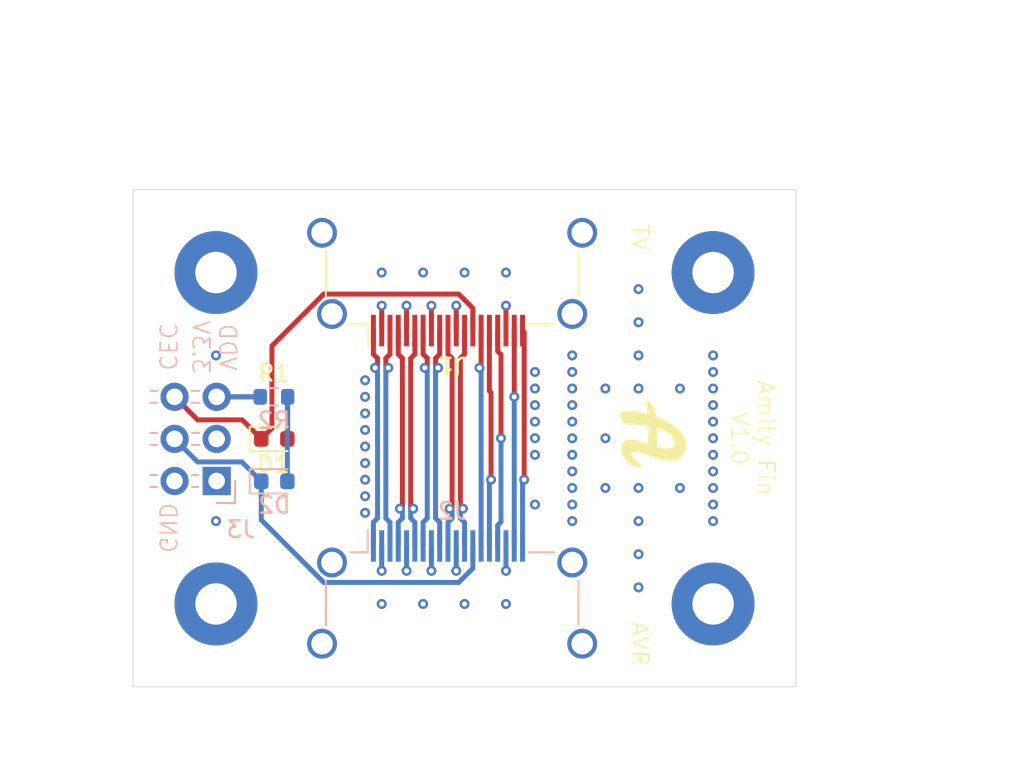
<source format=kicad_pcb>
(kicad_pcb (version 20241229) (generator "pcbnew") (generator_version "9.0")
  (layers (0 "F.Cu" signal) (4 "In1.Cu" power) (6 "In2.Cu" power) (2 "B.Cu" signal) (13 "F.Paste" user) (15 "B.Paste" user) (5 "F.SilkS" user "F.Silkscreen") (7 "B.SilkS" user "B.Silkscreen") (1 "F.Mask" user) (3 "B.Mask" user) (25 "Edge.Cuts" user))
  (net 0 "")
  (net 1 "Net-(J1-HPD)")
  (net 2 "Net-(J1-SDA)")
  (net 3 "Net-(J1-UTILITY)")
  (net 4 "Net-(J1-SCL)")
  (net 5 "/D0+")
  (net 6 "/D1+")
  (net 7 "/D2+")
  (net 8 "/D1-")
  (net 9 "/D0-")
  (net 10 "/D2-")
  (net 11 "/CK+")
  (net 12 "/CK-")
  (net 13 "GND")
  (net 14 "Net-(J1-+5V)")
  (net 15 "Net-(D1-A)")
  (net 16 "Net-(D1-K)")
  (net 17 "Net-(D2-A)")
  (net 18 "Net-(D2-K)")
  (net 19 "VDD")
  (footprint "MountingHole:MountingHole_2.5mm_Pad" (layer "F.Cu") (at 150 80)
    (property "Reference" "H2" (hide yes))
    (property "Value" "~" (hide yes))
    (pad "1" thru_hole circle (at 0 0) (size 5 5) (drill 2.5) (layers "*.Cu" "*.Mask") (net 13 "GND"))
  )
  (footprint "Resistor_SMD:R_0603_1608Metric" (layer "F.Cu") (at 123.5 87.5)
    (property "Reference" "R1" (at 0 -1.43 0) (layer "F.SilkS"))
    (property "Value" "27K")
    (fp_line (start -0.237258 -0.5225) (end 0.237258 -0.5225) (stroke (width 0.12)) (layer "F.SilkS"))
    (fp_line (start -0.237258 0.5225) (end 0.237258 0.5225) (stroke (width 0.12)) (layer "F.SilkS"))
    (pad "1" smd roundrect (at -0.825 0) (size 0.8 0.95) (layers "F.Cu" "F.Mask" "F.Paste") (net 19 "VDD"))
    (pad "2" smd roundrect (at 0.825 0) (size 0.8 0.95) (layers "F.Cu" "F.Mask" "F.Paste") (net 15 "Net-(D1-A)"))
  )
  (footprint "MountingHole:MountingHole_2.5mm_Pad" (layer "F.Cu") (at 150 100)
    (property "Reference" "H4" (hide yes))
    (property "Value" "~" (hide yes))
    (pad "1" thru_hole circle (at 0 0) (size 5 5) (drill 2.5) (layers "*.Cu" "*.Mask") (net 13 "GND"))
  )
  (footprint "MountingHole:MountingHole_2.5mm_Pad" (layer "F.Cu") (at 120 80)
    (property "Reference" "H1" (hide yes))
    (property "Value" "~" (hide yes))
    (pad "1" thru_hole circle (at 0 0) (size 5 5) (drill 2.5) (layers "*.Cu" "*.Mask") (net 13 "GND"))
  )
  (footprint "Connector_Video:HDMI_A_Amphenol_10029449-x01xLF_Horizontal" (layer "F.Cu") (at 134.25 78.5 180)
    (property "Reference" "J1" (at 0 -7.1 180) (layer "F.SilkS"))
    (property "Value" "HDMI_A")
    (fp_line (start 7.62 -2.9) (end 7.62 -0.2) (stroke (width 0.12)) (layer "F.SilkS"))
    (fp_line (start 5.1 -4.62) (end 6.15 -4.62) (stroke (width 0.12)) (layer "F.SilkS"))
    (fp_line (start 5.1 -5.95) (end 5.1 -4.62) (stroke (width 0.12)) (layer "F.SilkS"))
    (fp_line (start -6.15 -4.62) (end -4.6 -4.62) (stroke (width 0.12)) (layer "F.SilkS"))
    (fp_line (start -7.62 -0.2) (end -7.62 -2.9) (stroke (width 0.12)) (layer "F.SilkS"))
    (pad "1" smd rect (at 4.75 -5 180) (size 0.3 1.9) (layers "F.Cu" "F.Mask" "F.Paste") (net 7 "/D2+"))
    (pad "2" smd rect (at 4.25 -5 180) (size 0.3 1.9) (layers "F.Cu" "F.Mask" "F.Paste") (net 13 "GND"))
    (pad "3" smd rect (at 3.75 -5 180) (size 0.3 1.9) (layers "F.Cu" "F.Mask" "F.Paste") (net 10 "/D2-"))
    (pad "4" smd rect (at 3.25 -5 180) (size 0.3 1.9) (layers "F.Cu" "F.Mask" "F.Paste") (net 6 "/D1+"))
    (pad "5" smd rect (at 2.75 -5 180) (size 0.3 1.9) (layers "F.Cu" "F.Mask" "F.Paste") (net 13 "GND"))
    (pad "6" smd rect (at 2.25 -5 180) (size 0.3 1.9) (layers "F.Cu" "F.Mask" "F.Paste") (net 8 "/D1-"))
    (pad "7" smd rect (at 1.75 -5 180) (size 0.3 1.9) (layers "F.Cu" "F.Mask" "F.Paste") (net 5 "/D0+"))
    (pad "8" smd rect (at 1.25 -5 180) (size 0.3 1.9) (layers "F.Cu" "F.Mask" "F.Paste") (net 13 "GND"))
    (pad "9" smd rect (at 0.75 -5 180) (size 0.3 1.9) (layers "F.Cu" "F.Mask" "F.Paste") (net 9 "/D0-"))
    (pad "10" smd rect (at 0.25 -5 180) (size 0.3 1.9) (layers "F.Cu" "F.Mask" "F.Paste") (net 11 "/CK+"))
    (pad "11" smd rect (at -0.25 -5 180) (size 0.3 1.9) (layers "F.Cu" "F.Mask" "F.Paste") (net 13 "GND"))
    (pad "12" smd rect (at -0.75 -5 180) (size 0.3 1.9) (layers "F.Cu" "F.Mask" "F.Paste") (net 12 "/CK-"))
    (pad "13" smd rect (at -1.25 -5 180) (size 0.3 1.9) (layers "F.Cu" "F.Mask" "F.Paste") (net 16 "Net-(D1-K)"))
    (pad "14" smd rect (at -1.75 -5 180) (size 0.3 1.9) (layers "F.Cu" "F.Mask" "F.Paste") (net 3 "Net-(J1-UTILITY)"))
    (pad "15" smd rect (at -2.25 -5 180) (size 0.3 1.9) (layers "F.Cu" "F.Mask" "F.Paste") (net 4 "Net-(J1-SCL)"))
    (pad "16" smd rect (at -2.75 -5 180) (size 0.3 1.9) (layers "F.Cu" "F.Mask" "F.Paste") (net 2 "Net-(J1-SDA)"))
    (pad "17" smd rect (at -3.25 -5 180) (size 0.3 1.9) (layers "F.Cu" "F.Mask" "F.Paste") (net 13 "GND"))
    (pad "18" smd rect (at -3.75 -5 180) (size 0.3 1.9) (layers "F.Cu" "F.Mask" "F.Paste") (net 14 "Net-(J1-+5V)"))
    (pad "19" smd rect (at -4.25 -5 180) (size 0.3 1.9) (layers "F.Cu" "F.Mask" "F.Paste") (net 1 "Net-(J1-HPD)"))
    (pad "SH" thru_hole circle (at -7.85 0.9 180) (size 1.8 1.8) (drill 1.3) (layers "*.Cu" "*.Mask") (net 13 "GND"))
    (pad "SH" thru_hole circle (at -7.25 -4 180) (size 1.8 1.8) (drill 1.3) (layers "*.Cu" "*.Mask") (net 13 "GND"))
    (pad "SH" thru_hole circle (at 7.25 -4 180) (size 1.8 1.8) (drill 1.3) (layers "*.Cu" "*.Mask") (net 13 "GND"))
    (pad "SH" thru_hole circle (at 7.85 0.9 180) (size 1.8 1.8) (drill 1.3) (layers "*.Cu" "*.Mask") (net 13 "GND"))
  )
  (footprint "MountingHole:MountingHole_2.5mm_Pad" (layer "F.Cu") (at 120 100)
    (property "Reference" "H3" (hide yes))
    (property "Value" "~" (hide yes))
    (pad "1" thru_hole circle (at 0 0) (size 5 5) (drill 2.5) (layers "*.Cu" "*.Mask") (net 13 "GND"))
  )
  (footprint "Diode_SMD:D_0603_1608Metric" (layer "F.Cu") (at 123.52 90.04)
    (property "Reference" "D1" (at -0.05 1.54 0) (layer "F.SilkS"))
    (property "Value" "4148")
    (fp_line (start -1.485 -0.735) (end -1.485 0.735) (stroke (width 0.12)) (layer "F.SilkS"))
    (fp_line (start -1.485 0.735) (end 0.8 0.735) (stroke (width 0.12)) (layer "F.SilkS"))
    (fp_line (start 0.8 -0.735) (end -1.485 -0.735) (stroke (width 0.12)) (layer "F.SilkS"))
    (pad "1" smd roundrect (at -0.7875 0) (size 0.875 0.95) (layers "F.Cu" "F.Mask" "F.Paste") (net 16 "Net-(D1-K)"))
    (pad "2" smd roundrect (at 0.7875 0) (size 0.875 0.95) (layers "F.Cu" "F.Mask" "F.Paste") (net 15 "Net-(D1-A)"))
  )
  (footprint "Diode_SMD:D_0603_1608Metric" (layer "B.Cu") (at 123.52 92.6)
    (property "Reference" "D2" (at 0 1.43 0) (layer "B.SilkS") (effects (justify mirror)))
    (property "Value" "4148")
    (fp_line (start -1.485 -0.735) (end -1.485 0.735) (stroke (width 0.12)) (layer "B.SilkS"))
    (fp_line (start -1.485 0.735) (end 0.8 0.735) (stroke (width 0.12)) (layer "B.SilkS"))
    (fp_line (start 0.8 -0.735) (end -1.485 -0.735) (stroke (width 0.12)) (layer "B.SilkS"))
    (pad "1" smd roundrect (at -0.7875 0) (size 0.875 0.95) (layers "B.Cu" "B.Mask" "B.Paste") (net 18 "Net-(D2-K)"))
    (pad "2" smd roundrect (at 0.7875 0) (size 0.875 0.95) (layers "B.Cu" "B.Mask" "B.Paste") (net 17 "Net-(D2-A)"))
  )
  (footprint "Connector_PinSocket_2.54mm:PinSocket_2x03_P2.54mm_Horizontal" (layer "B.Cu") (at 120.04 92.58)
    (property "Reference" "J3" (at 1.46 2.92 0) (layer "B.SilkS") (effects (justify mirror)))
    (property "Value" "Connector" (hide yes))
    (fp_line (start -4 -5.44) (end -3.59 -5.44) (stroke (width 0.12)) (layer "B.SilkS"))
    (fp_line (start -4 -4.72) (end -3.59 -4.72) (stroke (width 0.12)) (layer "B.SilkS"))
    (fp_line (start -4 -2.9) (end -3.59 -2.9) (stroke (width 0.12)) (layer "B.SilkS"))
    (fp_line (start -4 -2.18) (end -3.59 -2.18) (stroke (width 0.12)) (layer "B.SilkS"))
    (fp_line (start -4 -0.36) (end -3.59 -0.36) (stroke (width 0.12)) (layer "B.SilkS"))
    (fp_line (start -4 0.36) (end -3.59 0.36) (stroke (width 0.12)) (layer "B.SilkS"))
    (fp_line (start -1.49 -5.44) (end -1.05 -5.44) (stroke (width 0.12)) (layer "B.SilkS"))
    (fp_line (start -1.49 -4.72) (end -1.05 -4.72) (stroke (width 0.12)) (layer "B.SilkS"))
    (fp_line (start -1.49 -2.9) (end -1.05 -2.9) (stroke (width 0.12)) (layer "B.SilkS"))
    (fp_line (start -1.49 -2.18) (end -1.05 -2.18) (stroke (width 0.12)) (layer "B.SilkS"))
    (fp_line (start -1.49 -0.36) (end -1.11 -0.36) (stroke (width 0.12)) (layer "B.SilkS"))
    (fp_line (start -1.49 0.36) (end -1.11 0.36) (stroke (width 0.12)) (layer "B.SilkS"))
    (fp_line (start 0 1.33) (end 1.11 1.33) (stroke (width 0.12)) (layer "B.SilkS"))
    (fp_line (start 1.11 1.33) (end 1.11 0) (stroke (width 0.12)) (layer "B.SilkS"))
    (pad "1" thru_hole rect (at 0 0) (size 1.7 1.7) (drill 1) (layers "*.Cu" "*.Mask"))
    (pad "2" thru_hole circle (at -2.54 0) (size 1.7 1.7) (drill 1) (layers "*.Cu" "*.Mask") (net 13 "GND"))
    (pad "3" thru_hole circle (at 0 -2.54) (size 1.7 1.7) (drill 1) (layers "*.Cu" "*.Mask"))
    (pad "4" thru_hole circle (at -2.54 -2.54) (size 1.7 1.7) (drill 1) (layers "*.Cu" "*.Mask") (net 18 "Net-(D2-K)"))
    (pad "5" thru_hole circle (at 0 -5.08) (size 1.7 1.7) (drill 1) (layers "*.Cu" "*.Mask") (net 19 "VDD"))
    (pad "6" thru_hole circle (at -2.54 -5.08) (size 1.7 1.7) (drill 1) (layers "*.Cu" "*.Mask") (net 16 "Net-(D1-K)"))
  )
  (footprint "Resistor_SMD:R_0603_1608Metric" (layer "B.Cu") (at 123.5 87.5)
    (property "Reference" "R2" (at 0 1.43 0) (layer "B.SilkS") (effects (justify mirror)))
    (property "Value" "27K")
    (fp_line (start 0.237258 -0.5225) (end -0.237258 -0.5225) (stroke (width 0.12)) (layer "B.SilkS"))
    (fp_line (start 0.237258 0.5225) (end -0.237258 0.5225) (stroke (width 0.12)) (layer "B.SilkS"))
    (pad "1" smd roundrect (at -0.825 0) (size 0.8 0.95) (layers "B.Cu" "B.Mask" "B.Paste") (net 19 "VDD"))
    (pad "2" smd roundrect (at 0.825 0) (size 0.8 0.95) (layers "B.Cu" "B.Mask" "B.Paste") (net 17 "Net-(D2-A)"))
  )
  (footprint "Connector_Video:HDMI_A_Amphenol_10029449-x01xLF_Horizontal" (layer "B.Cu") (at 134.25 101.5 180)
    (property "Reference" "J2" (at 0 7.1 0) (layer "B.SilkS") (effects (justify mirror)))
    (property "Value" "HDMI_A")
    (fp_line (start 7.62 0.2) (end 7.62 2.9) (stroke (width 0.12)) (layer "B.SilkS"))
    (fp_line (start 6.15 4.62) (end 5.1 4.62) (stroke (width 0.12)) (layer "B.SilkS"))
    (fp_line (start 5.1 4.62) (end 5.1 5.95) (stroke (width 0.12)) (layer "B.SilkS"))
    (fp_line (start -4.6 4.62) (end -6.15 4.62) (stroke (width 0.12)) (layer "B.SilkS"))
    (fp_line (start -7.62 2.9) (end -7.62 0.2) (stroke (width 0.12)) (layer "B.SilkS"))
    (pad "1" smd rect (at 4.75 5 180) (size 0.3 1.9) (layers "B.Cu" "B.Mask" "B.Paste") (net 7 "/D2+"))
    (pad "2" smd rect (at 4.25 5 180) (size 0.3 1.9) (layers "B.Cu" "B.Mask" "B.Paste") (net 13 "GND"))
    (pad "3" smd rect (at 3.75 5 180) (size 0.3 1.9) (layers "B.Cu" "B.Mask" "B.Paste") (net 10 "/D2-"))
    (pad "4" smd rect (at 3.25 5 180) (size 0.3 1.9) (layers "B.Cu" "B.Mask" "B.Paste") (net 6 "/D1+"))
    (pad "5" smd rect (at 2.75 5 180) (size 0.3 1.9) (layers "B.Cu" "B.Mask" "B.Paste") (net 13 "GND"))
    (pad "6" smd rect (at 2.25 5 180) (size 0.3 1.9) (layers "B.Cu" "B.Mask" "B.Paste") (net 8 "/D1-"))
    (pad "7" smd rect (at 1.75 5 180) (size 0.3 1.9) (layers "B.Cu" "B.Mask" "B.Paste") (net 5 "/D0+"))
    (pad "8" smd rect (at 1.25 5 180) (size 0.3 1.9) (layers "B.Cu" "B.Mask" "B.Paste") (net 13 "GND"))
    (pad "9" smd rect (at 0.75 5 180) (size 0.3 1.9) (layers "B.Cu" "B.Mask" "B.Paste") (net 9 "/D0-"))
    (pad "10" smd rect (at 0.25 5 180) (size 0.3 1.9) (layers "B.Cu" "B.Mask" "B.Paste") (net 11 "/CK+"))
    (pad "11" smd rect (at -0.25 5 180) (size 0.3 1.9) (layers "B.Cu" "B.Mask" "B.Paste") (net 13 "GND"))
    (pad "12" smd rect (at -0.75 5 180) (size 0.3 1.9) (layers "B.Cu" "B.Mask" "B.Paste") (net 12 "/CK-"))
    (pad "13" smd rect (at -1.25 5 180) (size 0.3 1.9) (layers "B.Cu" "B.Mask" "B.Paste") (net 18 "Net-(D2-K)"))
    (pad "14" smd rect (at -1.75 5 180) (size 0.3 1.9) (layers "B.Cu" "B.Mask" "B.Paste") (net 3 "Net-(J1-UTILITY)"))
    (pad "15" smd rect (at -2.25 5 180) (size 0.3 1.9) (layers "B.Cu" "B.Mask" "B.Paste") (net 4 "Net-(J1-SCL)"))
    (pad "16" smd rect (at -2.75 5 180) (size 0.3 1.9) (layers "B.Cu" "B.Mask" "B.Paste") (net 2 "Net-(J1-SDA)"))
    (pad "17" smd rect (at -3.25 5 180) (size 0.3 1.9) (layers "B.Cu" "B.Mask" "B.Paste") (net 13 "GND"))
    (pad "18" smd rect (at -3.75 5 180) (size 0.3 1.9) (layers "B.Cu" "B.Mask" "B.Paste") (net 14 "Net-(J1-+5V)"))
    (pad "19" smd rect (at -4.25 5 180) (size 0.3 1.9) (layers "B.Cu" "B.Mask" "B.Paste") (net 1 "Net-(J1-HPD)"))
    (pad "SH" thru_hole circle (at -7.85 -0.9 180) (size 1.8 1.8) (drill 1.3) (layers "*.Cu" "*.Mask") (net 13 "GND"))
    (pad "SH" thru_hole circle (at -7.25 4 180) (size 1.8 1.8) (drill 1.3) (layers "*.Cu" "*.Mask") (net 13 "GND"))
    (pad "SH" thru_hole circle (at 7.25 4 180) (size 1.8 1.8) (drill 1.3) (layers "*.Cu" "*.Mask") (net 13 "GND"))
    (pad "SH" thru_hole circle (at 7.85 -0.9 180) (size 1.8 1.8) (drill 1.3) (layers "*.Cu" "*.Mask") (net 13 "GND"))
  )
  (gr_poly (pts (xy 148.375703 90.46142) (xy 148.371928 90.520617) (xy 148.366064 90.577628) (xy 148.358112 90.632453) (xy 148.348072 90.685091) (xy 148.335944 90.735542) (xy 148.321727 90.783806) (xy 148.305422 90.829883) (xy 148.287029 90.873774) (xy 148.266547 90.915478) (xy 148.243978 90.954995) (xy 148.219319 90.992326) (xy 148.192573 91.02747) (xy 148.163738 91.060427) (xy 148.132814 91.091197) (xy 148.099803 91.119781) (xy 148.065044 91.147017) (xy 148.02888 91.172497) (xy 147.99131 91.196219) (xy 147.952335 91.218184) (xy 147.911954 91.238391) (xy 147.870168 91.256842) (xy 147.826975 91.273535) (xy 147.782378 91.288471) (xy 147.736374 91.30165) (xy 147.688965 91.313072) (xy 147.640151 91.322737) (xy 147.589931 91.330644) (xy 147.538305 91.336794) (xy 147.485273 91.341187) (xy 147.430836 91.343823) (xy 147.374994 91.344702) (xy 147.318027 91.344253) (xy 147.258931 91.341656) (xy 147.197707 91.336911) (xy 147.134355 91.330019) (xy 147.068874 91.320979) (xy 147.001264 91.309792) (xy 146.931526 91.296457) (xy 146.85966 91.280974) (xy 146.785665 91.263344) (xy 146.709541 91.243565) (xy 146.631289 91.221639) (xy 146.550909 91.197566) (xy 146.4684 91.171345) (xy 146.383762 91.142976) (xy 146.208102 91.079795) (xy 145.943367 90.983579) (xy 145.704334 90.89486) (xy 145.649155 90.874945) (xy 145.596705 90.857686) (xy 145.546987 90.843082) (xy 145.5 90.831133) (xy 145.455743 90.821839) (xy 145.434639 90.818188) (xy 145.414218 90.815201) (xy 145.394479 90.812877) (xy 145.375423 90.811218) (xy 145.35705 90.810222) (xy 145.339359 90.80989) (xy 145.305705 90.810203) (xy 145.27414 90.81114) (xy 145.244662 90.812702) (xy 145.217273 90.814888) (xy 145.191972 90.8177) (xy 145.16876 90.821136) (xy 145.147636 90.825197) (xy 145.1286 90.829883) (xy 145.124172 90.831186) (xy 145.119885 90.832597) (xy 145.115739 90.834115) (xy 145.111733 90.83574) (xy 145.107867 90.837473) (xy 145.104142 90.839313) (xy 145.100558 90.841261) (xy 145.097114 90.843316) (xy 145.093811 90.845478) (xy 145.090649 90.847748) (xy 145.087626 90.850125) (xy 145.084745 90.85261) (xy 145.082004 90.855201) (xy 145.079404 90.857901) (xy 145.076944 90.860707) (xy 145.074625 90.863621) (xy 145.072446 90.866643) (xy 145.070408 90.869771) (xy 145.06851 90.873008) (xy 145.066753 90.876351) (xy 145.065137 90.879802) (xy 145.063661 90.88336) (xy 145.062326 90.887026) (xy 145.061131 90.890799) (xy 145.060077 90.89468) (xy 145.059163 90.898668) (xy 145.05839 90.902763) (xy 145.057757 90.906965) (xy 145.057265 90.911275) (xy 145.056914 90.915693) (xy 145.056633 90.92485) (xy 145.057155 90.933641) (xy 145.058721 90.943144) (xy 145.061332 90.95336) (xy 145.064986 90.964289) (xy 145.069685 90.97593) (xy 145.075428 90.988284) (xy 145.090046 91.01513) (xy 145.108841 91.044827) (xy 145.131812 91.077374) (xy 145.158961 91.112772) (xy 145.190285 91.15102) (xy 145.225787 91.192119) (xy 145.265465 91.236068) (xy 145.30932 91.282868) (xy 145.357351 91.332518) (xy 145.409559 91.385019) (xy 145.465944 91.440371) (xy 145.526506 91.498573) (xy 145.591244 91.559626) (xy 145.603693 91.570677) (xy 145.61534 91.581337) (xy 145.626183 91.591607) (xy 145.636223 91.601486) (xy 145.64546 91.610975) (xy 145.653893 91.620073) (xy 145.661524 91.628781) (xy 145.668351 91.637098) (xy 145.674375 91.645025) (xy 145.679596 91.652562) (xy 145.684013 91.659708) (xy 145.687628 91.666463) (xy 145.690439 91.672828) (xy 145.692447 91.678802) (xy 145.693652 91.684386) (xy 145.694053 91.68958) (xy 145.693822 91.694808) (xy 145.69313 91.699869) (xy 145.691975 91.704765) (xy 145.690359 91.709495) (xy 145.68828 91.714059) (xy 145.68574 91.718457) (xy 145.682738 91.722688) (xy 145.679274 91.726754) (xy 145.675349 91.730654) (xy 145.670961 91.734388) (xy 145.666112 91.737957) (xy 145.660801 91.741359) (xy 145.655028 91.744595) (xy 145.648793 91.747665) (xy 145.642096 91.750569) (xy 145.634938 91.753308) (xy 145.627317 91.75588) (xy 145.619235 91.758286) (xy 145.610691 91.760527) (xy 145.601685 91.762601) (xy 145.592217 91.76451) (xy 145.582288 91.766252) (xy 145.571896 91.767829) (xy 145.561043 91.769239) (xy 145.549728 91.770484) (xy 145.537951 91.771563) (xy 145.525712 91.772476) (xy 145.513012 91.773222) (xy 145.499849 91.773803) (xy 145.486225 91.774218) (xy 145.472139 91.774467) (xy 145.457591 91.77455) (xy 145.441306 91.77414) (xy 145.424579 91.77291) (xy 145.407411 91.77086) (xy 145.389801 91.76799) (xy 145.371749 91.7643) (xy 145.353255 91.75979) (xy 145.334319 91.75446) (xy 145.314942 91.748309) (xy 145.295123 91.741339) (xy 145.274862 91.733549) (xy 145.25416 91.724939) (xy 145.233016 91.715508) (xy 145.21143 91.705258) (xy 145.189402 91.694188) (xy 145.166932 91.682298) (xy 145.144021 91.669587) (xy 145.121632 91.656213) (xy 145.099443 91.642331) (xy 145.077456 91.627942) (xy 145.055669 91.613045) (xy 145.034083 91.59764) (xy 145.012698 91.581728) (xy 144.991513 91.565308) (xy 144.970529 91.54838) (xy 144.949747 91.530945) (xy 144.929165 91.513002) (xy 144.908783 91.494551) (xy 144.888603 91.475593) (xy 144.868623 91.456127) (xy 144.848844 91.436154) (xy 144.829266 91.415673) (xy 144.809889 91.394684) (xy 144.791456 91.37391) (xy 144.773424 91.352824) (xy 144.755793 91.331425) (xy 144.738565 91.309714) (xy 144.721738 91.28769) (xy 144.705312 91.265355) (xy 144.689288 91.242706) (xy 144.673666 91.219746) (xy 144.658445 91.196473) (xy 144.643626 91.172887) (xy 144.629209 91.148989) (xy 144.615193 91.124779) (xy 144.601579 91.100257) (xy 144.588366 91.075422) (xy 144.575555 91.050274) (xy 144.563146 91.024814) (xy 144.551319 90.999238) (xy 144.540254 90.973739) (xy 144.529953 90.948318) (xy 144.520415 90.922975) (xy 144.51164 90.897711) (xy 144.503629 90.872525) (xy 144.49638 90.847416) (xy 144.489894 90.822386) (xy 144.484171 90.797434) (xy 144.479211 90.77256) (xy 144.475014 90.747764) (xy 144.471581 90.723046) (xy 144.46891 90.698406) (xy 144.467003 90.673845) (xy 144.465858 90.649361) (xy 144.465476 90.624956) (xy 144.466059 90.588796) (xy 144.467806 90.554043) (xy 144.470717 90.520696) (xy 144.474794 90.488754) (xy 144.480034 90.458218) (xy 144.48644 90.429087) (xy 144.49401 90.401363) (xy 144.502745 90.375044) (xy 144.512644 90.350131) (xy 144.523709 90.326624) (xy 144.535937 90.304522) (xy 144.549331 90.283826) (xy 144.563889 90.264536) (xy 144.579611 90.246652) (xy 144.596499 90.230173) (xy 144.614551 90.2151) (xy 144.63437 90.201785) (xy 144.655273 90.189328) (xy 144.677261 90.177731) (xy 144.700333 90.166992) (xy 144.724489 90.157113) (xy 144.749729 90.148093) (xy 144.776054 90.139932) (xy 144.803464 90.132629) (xy 144.831957 90.126186) (xy 144.861535 90.120602) (xy 144.892197 90.115878) (xy 144.923944 90.112012) (xy 144.956775 90.109005) (xy 144.99069 90.106857) (xy 145.025689 90.105569) (xy 145.061773 90.105139) (xy 145.100688 90.106018) (xy 145.142896 90.108654) (xy 145.188398 90.113047) (xy 145.237192 90.119197) (xy 145.28928 90.127104) (xy 145.344661 90.136769) (xy 145.465302 90.161369) (xy 145.599115 90.192999) (xy 145.746101 90.231657) (xy 145.906259 90.277344) (xy 146.07959 90.33006) (xy 146.093084 90.008611) (xy 146.102722 89.73402) (xy 146.108505 89.506288) (xy 146.110433 89.325414) (xy 146.110433 89.255439) (xy 145.966901 89.234352) (xy 145.821602 89.216077) (xy 145.674536 89.200614) (xy 145.525702 89.187962) (xy 145.375102 89.178122) (xy 145.222735 89.171093) (xy 145.0686 89.166876) (xy 144.912699 89.16547) (xy 144.878683 89.16467) (xy 144.846033 89.162268) (xy 144.814749 89.158266) (xy 144.784829 89.152662) (xy 144.756276 89.145458) (xy 144.729087 89.136652) (xy 144.703264 89.126246) (xy 144.678807 89.114238) (xy 144.655715 89.10063) (xy 144.633988 89.08542) (xy 144.613627 89.06861) (xy 144.594631 89.050198) (xy 144.577001 89.030186) (xy 144.560736 89.008573) (xy 144.545837 88.985358) (xy 144.532303 88.960543) (xy 144.509492 88.913372) (xy 144.487323 88.866826) (xy 144.465798 88.820904) (xy 144.444914 88.775608) (xy 144.439935 88.764928) (xy 144.435276 88.754131) (xy 144.430939 88.743217) (xy 144.426923 88.732186) (xy 144.423228 88.721037) (xy 144.419855 88.709772) (xy 144.416802 88.698389) (xy 144.414072 88.686889) (xy 144.411662 88.675272) (xy 144.409574 88.663538) (xy 144.407807 88.651687) (xy 144.406361 88.639718) (xy 144.405236 88.627633) (xy 144.404433 88.61543) (xy 144.403951 88.60311) (xy 144.40379 88.590673) (xy 144.404242 88.575297) (xy 144.405598 88.56041) (xy 144.407857 88.546011) (xy 144.411019 88.5321) (xy 144.415086 88.518677) (xy 144.420055 88.505742) (xy 144.425929 88.493295) (xy 144.432706 88.481336) (xy 144.440386 88.469866) (xy 144.448971 88.458883) (xy 144.458458 88.448389) (xy 144.46885 88.438383) (xy 144.480145 88.428865) (xy 144.492344 88.419835) (xy 144.505446 88.411293) (xy 144.519452 88.403239) (xy 144.534361 88.395673) (xy 144.550174 88.388596) (xy 144.566891 88.382006) (xy 144.584511 88.375905) (xy 144.603035 88.370292) (xy 144.622462 88.365167) (xy 144.642793 88.360529) (xy 144.664028 88.356381) (xy 144.686166 88.35272) (xy 144.709208 88.349547) (xy 144.733153 88.346862) (xy 144.758002 88.344666) (xy 144.783755 88.342958) (xy 144.810411 88.341737) (xy 144.837971 88.341005) (xy 144.866435 88.340761) (xy 144.925289 88.341562) (xy 144.986192 88.343963) (xy 145.049143 88.347966) (xy 145.114142 88.353569) (xy 145.250285 88.369579) (xy 145.39462 88.391993) (xy 145.547148 88.420811) (xy 145.707868 88.456033) (xy 145.876782 88.497659) (xy 146.053888 88.545689) (xy 146.041036 88.438851) (xy 146.028185 88.338262) (xy 146.015334 88.24392) (xy 146.002483 88.155826) (xy 145.996459 88.115684) (xy 145.991238 88.077729) (xy 145.98682 88.04196) (xy 145.983206 88.008378) (xy 145.980395 87.976983) (xy 145.978387 87.947775) (xy 145.977182 87.920753) (xy 145.97678 87.895918) (xy 145.976981 87.884418) (xy 145.977583 87.87366) (xy 145.978587 87.863644) (xy 145.979993 87.85437) (xy 145.9818 87.845838) (xy 145.984009 87.838048) (xy 145.986619 87.830999) (xy 145.989631 87.824693) (xy 145.993045 87.819129) (xy 145.994902 87.816625) (xy 145.99686 87.814306) (xy 145.998918 87.812173) (xy 146.001077 87.810225) (xy 146.003336 87.808463) (xy 146.005695 87.806887) (xy 146.008155 87.805496) (xy 146.010715 87.80429) (xy 146.013376 87.80327) (xy 146.016137 87.802435) (xy 146.018998 87.801786) (xy 146.02196 87.801322) (xy 146.025022 87.801044) (xy 146.028185 87.800951) (xy 146.037829 87.801191) (xy 146.047482 87.801908) (xy 146.057146 87.803104) (xy 146.066819 87.804778) (xy 146.076503 87.806931) (xy 146.086196 87.809562) (xy 146.0959 87.812671) (xy 146.105614 87.816258) (xy 146.115337 87.820324) (xy 146.125071 87.824869) (xy 146.134815 87.829891) (xy 146.144569 87.835392) (xy 146.164107 87.847829) (xy 146.183685 87.86218) (xy 146.203303 87.878444) (xy 146.222962 87.896621) (xy 146.24266 87.916711) (xy 146.262399 87.938715) (xy 146.282178 87.962633) (xy 146.301997 87.988463) (xy 146.321856 88.016208) (xy 146.341755 88.045865) (xy 146.361374 88.077787) (xy 146.380389 88.111076) (xy 146.398803 88.145732) (xy 146.416614 88.181755) (xy 146.433822 88.219144) (xy 146.450429 88.2579) (xy 146.466432 88.298022) (xy 146.481834 88.339511) (xy 146.496633 88.382367) (xy 146.510829 88.42659) (xy 146.524423 88.472179) (xy 146.537415 88.519136) (xy 146.549805 88.567458) (xy 146.561592 88.617148) (xy 146.572776 88.668204) (xy 146.583358 88.720627) (xy 146.624482 88.736912) (xy 146.624482 89.3654) (xy 146.609061 90.5) (xy 146.708658 90.529286) (xy 146.801829 90.554668) (xy 146.888575 90.576145) (xy 146.968895 90.593717) (xy 147.042789 90.607384) (xy 147.110258 90.617146) (xy 147.171302 90.623003) (xy 147.225919 90.624956) (xy 147.22592 90.624956) (xy 147.280075 90.623686) (xy 147.330737 90.619879) (xy 147.377905 90.613534) (xy 147.421579 90.60465) (xy 147.46176 90.593229) (xy 147.480539 90.586566) (xy 147.498446 90.579269) (xy 147.515479 90.571337) (xy 147.531638 90.562771) (xy 147.546924 90.55357) (xy 147.561337 90.543734) (xy 147.574875 90.533264) (xy 147.587541 90.52216) (xy 147.599333 90.510421) (xy 147.610251 90.498047) (xy 147.620297 90.485039) (xy 147.629468 90.471397) (xy 147.637766 90.457119) (xy 147.645191 90.442208) (xy 147.651742 90.426661) (xy 147.657419 90.410481) (xy 147.662224 90.393665) (xy 147.666154 90.376215) (xy 147.669211 90.358131) (xy 147.671395 90.339412) (xy 147.672705 90.320058) (xy 147.673142 90.30007) (xy 147.672018 90.259186) (xy 147.668644 90.219005) (xy 147.663022 90.179527) (xy 147.65515 90.140752) (xy 147.64503 90.102679) (xy 147.632661 90.065309) (xy 147.618043 90.028643) (xy 147.601175 89.992679) (xy 147.582059 89.957418) (xy 147.560694 89.92286) (xy 147.53708 89.889004) (xy 147.511217 89.855852) (xy 147.483105 89.823402) (xy 147.452744 89.791656) (xy 147.420134 89.760612) (xy 147.385275 89.730271) (xy 147.349171 89.701317) (xy 147.311541 89.673182) (xy 147.272385 89.645867) (xy 147.231703 89.619373) (xy 147.189494 89.593698) (xy 147.14576 89.568844) (xy 147.1005 89.544809) (xy 147.053713 89.521595) (xy 147.0054 89.4992) (xy 146.955562 89.477626) (xy 146.904197 89.456871) (xy 146.851306 89.436937) (xy 146.796889 89.417823) (xy 146.740946 89.399528) (xy 146.683477 89.382054) (xy 146.624482 89.3654) (xy 146.624482 88.736912) (xy 146.733738 88.780176) (xy 146.877732 88.841366) (xy 147.01534 88.904195) (xy 147.146563 88.968665) (xy 147.271401 89.034774) (xy 147.389853 89.102524) (xy 147.50192 89.171913) (xy 147.607601 89.242943) (xy 147.706897 89.315613) (xy 147.799807 89.389922) (xy 147.886332 89.465872) (xy 147.966471 89.543462) (xy 148.040225 89.622692) (xy 148.107594 89.703562) (xy 148.168577 89.786072) (xy 148.223175 89.870222) (xy 148.241849 89.901578) (xy 148.259319 89.933168) (xy 148.275583 89.964993) (xy 148.290644 89.997052) (xy 148.304499 90.029345) (xy 148.317149 90.061873) (xy 148.328595 90.094635) (xy 148.338836 90.127631) (xy 148.347872 90.160862) (xy 148.355703 90.194326) (xy 148.362329 90.228025) (xy 148.367751 90.261959) (xy 148.371968 90.296126) (xy 148.37498 90.330528) (xy 148.376787 90.365164) (xy 148.377389 90.400035)) (stroke (width 0.0264)) (fill yes) (layer "F.SilkS"))
  (gr_rect (start 115 75) (end 155 105) (stroke (width 0.05)) (fill no) (layer "Edge.Cuts"))
  (gr_text "AVR" (at 145 101 270) (layer "F.SilkS") (effects (font (size 1 1) (thickness 0.1)) (justify left bottom)))
  (gr_text "Amity Fin\nV1.0" (at 151 90 270) (layer "F.SilkS") (effects (font (size 1 1) (thickness 0.1)) (justify bottom)))
  (gr_text "TV" (at 145 77 270) (layer "F.SilkS") (effects (font (size 1 1) (thickness 0.1)) (justify left bottom)))
  (gr_text "GND" (at 116.5 97 270) (layer "B.SilkS") (effects (font (size 1 1) (thickness 0.1)) (justify left bottom mirror)))
  (gr_text "VDD\n3.3V" (at 118.5 84.5 270) (layer "B.SilkS") (effects (font (size 1 1) (thickness 0.1)) (justify bottom mirror)))
  (gr_text "CEC" (at 116.5 86 270) (layer "B.SilkS") (effects (font (size 1 1) (thickness 0.1)) (justify left bottom mirror)))
  (segment (start 138.6 83.6) (end 138.6 92.5) (width 0.3) (layer "F.Cu") (net 1))
  (segment (start 138.5 83.5) (end 138.6 83.6) (width 0.3) (layer "F.Cu") (net 1))
  (via (at 138.6 92.5) (size 0.6) (drill 0.3) (layers "F.Cu" "B.Cu") (net 1))
  (segment (start 138.6 92.5) (end 138.5 92.6) (width 0.3) (layer "B.Cu") (net 1))
  (segment (start 138.5 92.6) (end 138.5 96.5) (width 0.3) (layer "B.Cu") (net 1))
  (segment (start 137 84.75) (end 137.2 84.95) (width 0.3) (layer "F.Cu") (net 2))
  (segment (start 137 83.5) (end 137 84.75) (width 0.3) (layer "F.Cu") (net 2))
  (segment (start 137.2 84.95) (end 137.2 90) (width 0.3) (layer "F.Cu") (net 2))
  (via (at 137.2 90) (size 0.6) (drill 0.3) (layers "F.Cu" "B.Cu") (net 2))
  (segment (start 137.2 90) (end 137.2 95.05) (width 0.3) (layer "B.Cu") (net 2))
  (segment (start 137.2 95.05) (end 137 95.25) (width 0.3) (layer "B.Cu") (net 2))
  (segment (start 137 95.25) (end 137 96.5) (width 0.3) (layer "B.Cu") (net 2))
  (segment (start 136 83.5) (end 136 85.65) (width 0.3) (layer "F.Cu") (net 3))
  (segment (start 136 85.65) (end 135.9 85.75) (width 0.3) (layer "F.Cu") (net 3))
  (via (at 135.9 85.75) (size 0.6) (drill 0.3) (layers "F.Cu" "B.Cu") (net 3))
  (segment (start 136 85.85) (end 136 96.5) (width 0.3) (layer "B.Cu") (net 3))
  (segment (start 135.9 85.75) (end 136 85.85) (width 0.3) (layer "B.Cu") (net 3))
  (segment (start 136.5 87.151471) (end 136.6 87.251471) (width 0.3) (layer "F.Cu") (net 4))
  (segment (start 136.5 83.5) (end 136.5 87.151471) (width 0.3) (layer "F.Cu") (net 4))
  (segment (start 136.6 87.251471) (end 136.6 92.5) (width 0.3) (layer "F.Cu") (net 4))
  (via (at 136.6 92.5) (size 0.6) (drill 0.3) (layers "F.Cu" "B.Cu") (net 4))
  (segment (start 136.5 92.6) (end 136.5 96.5) (width 0.3) (layer "B.Cu") (net 4))
  (segment (start 136.6 92.5) (end 136.5 92.6) (width 0.3) (layer "B.Cu") (net 4))
  (segment (start 132.5 83.5) (end 132.5 84.925001) (width 0.3) (layer "F.Cu") (net 5))
  (segment (start 132.75 85.6) (end 132.6 85.75) (width 0.3) (layer "F.Cu") (net 5))
  (segment (start 132.75 85.175001) (end 132.75 85.6) (width 0.3) (layer "F.Cu") (net 5))
  (segment (start 132.5 84.925001) (end 132.75 85.175001) (width 0.3) (layer "F.Cu") (net 5))
  (via (at 132.6 85.75) (size 0.6) (drill 0.3) (layers "F.Cu" "B.Cu") (net 5))
  (segment (start 132.6 85.75) (end 132.75 85.9) (width 0.3) (layer "B.Cu") (net 5))
  (segment (start 132.5 95.074999) (end 132.5 96.5) (width 0.3) (layer "B.Cu") (net 5))
  (segment (start 132.75 94.824999) (end 132.5 95.074999) (width 0.3) (layer "B.Cu") (net 5))
  (segment (start 132.75 85.9) (end 132.75 94.824999) (width 0.3) (layer "B.Cu") (net 5))
  (segment (start 131 84.925001) (end 131 83.5) (width 0.3) (layer "F.Cu") (net 6))
  (segment (start 131.1 94.25) (end 131.25 94.1) (width 0.3) (layer "F.Cu") (net 6))
  (segment (start 131.25 94.1) (end 131.25 85.175001) (width 0.3) (layer "F.Cu") (net 6))
  (segment (start 131.25 85.175001) (end 131 84.925001) (width 0.3) (layer "F.Cu") (net 6))
  (via (at 131.1 94.25) (size 0.6) (drill 0.3) (layers "F.Cu" "B.Cu") (net 6))
  (segment (start 131 96.5) (end 131 95.074999) (width 0.3) (layer "B.Cu") (net 6))
  (segment (start 131 95.074999) (end 131.25 94.824999) (width 0.3) (layer "B.Cu") (net 6))
  (segment (start 131.25 94.824999) (end 131.25 94.4) (width 0.3) (layer "B.Cu") (net 6))
  (segment (start 131.25 94.4) (end 131.1 94.25) (width 0.3) (layer "B.Cu") (net 6))
  (segment (start 129.75 85.175001) (end 129.75 85.6) (width 0.3) (layer "F.Cu") (net 7))
  (segment (start 129.5 84.925001) (end 129.75 85.175001) (width 0.3) (layer "F.Cu") (net 7))
  (segment (start 129.75 85.6) (end 129.6 85.75) (width 0.3) (layer "F.Cu") (net 7))
  (segment (start 129.5 83.5) (end 129.5 84.925001) (width 0.3) (layer "F.Cu") (net 7))
  (via (at 129.6 85.75) (size 0.6) (drill 0.3) (layers "F.Cu" "B.Cu") (net 7))
  (segment (start 129.75 94.824999) (end 129.5 95.074999) (width 0.3) (layer "B.Cu") (net 7))
  (segment (start 129.6 85.75) (end 129.75 85.9) (width 0.3) (layer "B.Cu") (net 7))
  (segment (start 129.5 95.074999) (end 129.5 96.5) (width 0.3) (layer "B.Cu") (net 7))
  (segment (start 129.75 85.9) (end 129.75 94.824999) (width 0.3) (layer "B.Cu") (net 7))
  (segment (start 131.9 94.25) (end 131.75 94.1) (width 0.3) (layer "F.Cu") (net 8))
  (segment (start 132 84.925001) (end 132 83.5) (width 0.3) (layer "F.Cu") (net 8))
  (segment (start 131.75 85.175001) (end 132 84.925001) (width 0.3) (layer "F.Cu") (net 8))
  (segment (start 131.75 94.1) (end 131.75 85.175001) (width 0.3) (layer "F.Cu") (net 8))
  (via (at 131.9 94.25) (size 0.6) (drill 0.3) (layers "F.Cu" "B.Cu") (net 8))
  (segment (start 132 96.5) (end 132 95.074999) (width 0.3) (layer "B.Cu") (net 8))
  (segment (start 131.75 94.4) (end 131.9 94.25) (width 0.3) (layer "B.Cu") (net 8))
  (segment (start 131.75 94.824999) (end 131.75 94.4) (width 0.3) (layer "B.Cu") (net 8))
  (segment (start 132 95.074999) (end 131.75 94.824999) (width 0.3) (layer "B.Cu") (net 8))
  (segment (start 133.5 83.5) (end 133.5 84.925001) (width 0.3) (layer "F.Cu") (net 9))
  (segment (start 133.25 85.175001) (end 133.25 85.6) (width 0.3) (layer "F.Cu") (net 9))
  (segment (start 133.5 84.925001) (end 133.25 85.175001) (width 0.3) (layer "F.Cu") (net 9))
  (segment (start 133.25 85.6) (end 133.4 85.75) (width 0.3) (layer "F.Cu") (net 9))
  (via (at 133.4 85.75) (size 0.6) (drill 0.3) (layers "F.Cu" "B.Cu") (net 9))
  (segment (start 133.25 94.824999) (end 133.5 95.074999) (width 0.3) (layer "B.Cu") (net 9))
  (segment (start 133.5 95.074999) (end 133.5 96.5) (width 0.3) (layer "B.Cu") (net 9))
  (segment (start 133.25 85.9) (end 133.25 94.824999) (width 0.3) (layer "B.Cu") (net 9))
  (segment (start 133.4 85.75) (end 133.25 85.9) (width 0.3) (layer "B.Cu") (net 9))
  (segment (start 130.5 83.5) (end 130.5 84.925001) (width 0.3) (layer "F.Cu") (net 10))
  (segment (start 130.25 85.175001) (end 130.25 85.6) (width 0.3) (layer "F.Cu") (net 10))
  (segment (start 130.5 84.925001) (end 130.25 85.175001) (width 0.3) (layer "F.Cu") (net 10))
  (segment (start 130.25 85.6) (end 130.4 85.75) (width 0.3) (layer "F.Cu") (net 10))
  (via (at 130.4 85.75) (size 0.6) (drill 0.3) (layers "F.Cu" "B.Cu") (net 10))
  (segment (start 130.5 95.074999) (end 130.5 96.5) (width 0.3) (layer "B.Cu") (net 10))
  (segment (start 130.25 94.824999) (end 130.5 95.074999) (width 0.3) (layer "B.Cu") (net 10))
  (segment (start 130.4 85.75) (end 130.25 85.9) (width 0.3) (layer "B.Cu") (net 10))
  (segment (start 130.25 85.9) (end 130.25 94.824999) (width 0.3) (layer "B.Cu") (net 10))
  (segment (start 134.25 85.175001) (end 134 84.925001) (width 0.3) (layer "F.Cu") (net 11))
  (segment (start 134.25 94.1) (end 134.25 85.175001) (width 0.3) (layer "F.Cu") (net 11))
  (segment (start 134.1 94.25) (end 134.25 94.1) (width 0.3) (layer "F.Cu") (net 11))
  (segment (start 134 84.925001) (end 134 83.5) (width 0.3) (layer "F.Cu") (net 11))
  (via (at 134.1 94.25) (size 0.6) (drill 0.3) (layers "F.Cu" "B.Cu") (net 11))
  (segment (start 134.25 94.4) (end 134.1 94.25) (width 0.3) (layer "B.Cu") (net 11))
  (segment (start 134 95.074999) (end 134.25 94.824999) (width 0.3) (layer "B.Cu") (net 11))
  (segment (start 134 96.5) (end 134 95.074999) (width 0.3) (layer "B.Cu") (net 11))
  (segment (start 134.25 94.824999) (end 134.25 94.4) (width 0.3) (layer "B.Cu") (net 11))
  (segment (start 134.75 85.175001) (end 135 84.925001) (width 0.3) (layer "F.Cu") (net 12))
  (segment (start 135 84.925001) (end 135 83.5) (width 0.3) (layer "F.Cu") (net 12))
  (segment (start 134.9 94.25) (end 134.75 94.1) (width 0.3) (layer "F.Cu") (net 12))
  (segment (start 134.75 94.1) (end 134.75 85.175001) (width 0.3) (layer "F.Cu") (net 12))
  (via (at 134.9 94.25) (size 0.6) (drill 0.3) (layers "F.Cu" "B.Cu") (net 12))
  (segment (start 134.75 94.4) (end 134.9 94.25) (width 0.3) (layer "B.Cu") (net 12))
  (segment (start 135 95.074999) (end 134.75 94.824999) (width 0.3) (layer "B.Cu") (net 12))
  (segment (start 135 96.5) (end 135 95.074999) (width 0.3) (layer "B.Cu") (net 12))
  (segment (start 134.75 94.824999) (end 134.75 94.4) (width 0.3) (layer "B.Cu") (net 12))
  (segment (start 134.5 83.5) (end 134.5 82) (width 0.3) (layer "F.Cu") (net 13))
  (segment (start 137.5 83.5) (end 137.5 82) (width 0.3) (layer "F.Cu") (net 13))
  (segment (start 130 83.5) (end 130 82) (width 0.3) (layer "F.Cu") (net 13))
  (segment (start 133 83.5) (end 133 82) (width 0.3) (layer "F.Cu") (net 13))
  (segment (start 131.5 83.5) (end 131.5 82) (width 0.3) (layer "F.Cu") (net 13))
  (via (at 132.5 100) (size 0.6) (drill 0.3) (layers "F.Cu" "B.Cu") (net 13))
  (via (at 129 89.5) (size 0.6) (drill 0.3) (layers "F.Cu" "B.Cu") (net 13))
  (via (at 150 87) (size 0.6) (drill 0.3) (layers "F.Cu" "B.Cu") (net 13))
  (via (at 145.5 81) (size 0.6) (drill 0.3) (layers "F.Cu" "B.Cu") (net 13))
  (via (at 130 80) (size 0.6) (drill 0.3) (layers "F.Cu" "B.Cu") (net 13))
  (via (at 130 82) (size 0.6) (drill 0.3) (layers "F.Cu" "B.Cu") (net 13))
  (via (at 150 90) (size 0.6) (drill 0.3) (layers "F.Cu" "B.Cu") (net 13))
  (via (at 148 93) (size 0.6) (drill 0.3) (layers "F.Cu" "B.Cu") (net 13))
  (via (at 129 92.5) (size 0.6) (drill 0.3) (layers "F.Cu" "B.Cu") (net 13))
  (via (at 150 95) (size 0.6) (drill 0.3) (layers "F.Cu" "B.Cu") (net 13))
  (via (at 145.5 99) (size 0.6) (drill 0.3) (layers "F.Cu" "B.Cu") (net 13))
  (via (at 129 90.5) (size 0.6) (drill 0.3) (layers "F.Cu" "B.Cu") (net 13))
  (via (at 141.5 88) (size 0.6) (drill 0.3) (layers "F.Cu" "B.Cu") (net 13))
  (via (at 145.5 85) (size 0.6) (drill 0.3) (layers "F.Cu" "B.Cu") (net 13))
  (via (at 130 98) (size 0.6) (drill 0.3) (layers "F.Cu" "B.Cu") (net 13))
  (via (at 145.5 95) (size 0.6) (drill 0.3) (layers "F.Cu" "B.Cu") (net 13))
  (via (at 150 86) (size 0.6) (drill 0.3) (layers "F.Cu" "B.Cu") (net 13))
  (via (at 150 91) (size 0.6) (drill 0.3) (layers "F.Cu" "B.Cu") (net 13))
  (via (at 150 92) (size 0.6) (drill 0.3) (layers "F.Cu" "B.Cu") (net 13))
  (via (at 145.5 97) (size 0.6) (drill 0.3) (layers "F.Cu" "B.Cu") (net 13))
  (via (at 133 98) (size 0.6) (drill 0.3) (layers "F.Cu" "B.Cu") (net 13))
  (via (at 145.5 87) (size 0.6) (drill 0.3) (layers "F.Cu" "B.Cu") (net 13))
  (via (at 139.25 89) (size 0.6) (drill 0.3) (layers "F.Cu" "B.Cu") (net 13))
  (via (at 129 91.5) (size 0.6) (drill 0.3) (layers "F.Cu" "B.Cu") (net 13))
  (via (at 150 93) (size 0.6) (drill 0.3) (layers "F.Cu" "B.Cu") (net 13))
  (via (at 129 88.5) (size 0.6) (drill 0.3) (layers "F.Cu" "B.Cu") (net 13))
  (via (at 137.5 82) (size 0.6) (drill 0.3) (layers "F.Cu" "B.Cu") (net 13))
  (via (at 148 87) (size 0.6) (drill 0.3) (layers "F.Cu" "B.Cu") (net 13))
  (via (at 141.5 92) (size 0.6) (drill 0.3) (layers "F.Cu" "B.Cu") (net 13))
  (via (at 134.5 98) (size 0.6) (drill 0.3) (layers "F.Cu" "B.Cu") (net 13))
  (via (at 145.5 83) (size 0.6) (drill 0.3) (layers "F.Cu" "B.Cu") (net 13))
  (via (at 141.5 85) (size 0.6) (drill 0.3) (layers "F.Cu" "B.Cu") (net 13))
  (via (at 120 95) (size 0.6) (drill 0.3) (layers "F.Cu" "B.Cu") (net 13))
  (via (at 141.5 87) (size 0.6) (drill 0.3) (layers "F.Cu" "B.Cu") (net 13))
  (via (at 150 94) (size 0.6) (drill 0.3) (layers "F.Cu" "B.Cu") (net 13))
  (via (at 132.5 80) (size 0.6) (drill 0.3) (layers "F.Cu" "B.Cu") (net 13))
  (via (at 150 85) (size 0.6) (drill 0.3) (layers "F.Cu" "B.Cu") (net 13))
  (via (at 141.5 94) (size 0.6) (drill 0.3) (layers "F.Cu" "B.Cu") (net 13))
  (via (at 141.5 93) (size 0.6) (drill 0.3) (layers "F.Cu" "B.Cu") (net 13))
  (via (at 141.5 90) (size 0.6) (drill 0.3) (layers "F.Cu" "B.Cu") (net 13))
  (via (at 120 85) (size 0.6) (drill 0.3) (layers "F.Cu" "B.Cu") (net 13))
  (via (at 139.25 88) (size 0.6) (drill 0.3) (layers "F.Cu" "B.Cu") (net 13))
  (via (at 150 89) (size 0.6) (drill 0.3) (layers "F.Cu" "B.Cu") (net 13))
  (via (at 143.5 87) (size 0.6) (drill 0.3) (layers "F.Cu" "B.Cu") (net 13))
  (via (at 130 100) (size 0.6) (drill 0.3) (layers "F.Cu" "B.Cu") (net 13))
  (via (at 139.25 90) (size 0.6) (drill 0.3) (layers "F.Cu" "B.Cu") (net 13))
  (via (at 139.25 86) (size 0.6) (drill 0.3) (layers "F.Cu" "B.Cu") (net 13))
  (via (at 141.5 89) (size 0.6) (drill 0.3) (layers "F.Cu" "B.Cu") (net 13))
  (via (at 141.5 95) (size 0.6) (drill 0.3) (layers "F.Cu" "B.Cu") (net 13))
  (via (at 131.5 82) (size 0.6) (drill 0.3) (layers "F.Cu" "B.Cu") (net 13))
  (via (at 150 88) (size 0.6) (drill 0.3) (layers "F.Cu" "B.Cu") (net 13))
  (via (at 137.5 100) (size 0.6) (drill 0.3) (layers "F.Cu" "B.Cu") (net 13))
  (via (at 141.5 91) (size 0.6) (drill 0.3) (layers "F.Cu" "B.Cu") (net 13))
  (via (at 139.25 87) (size 0.6) (drill 0.3) (layers "F.Cu" "B.Cu") (net 13))
  (via (at 134.5 82) (size 0.6) (drill 0.3) (layers "F.Cu" "B.Cu") (net 13))
  (via (at 139.25 91) (size 0.6) (drill 0.3) (layers "F.Cu" "B.Cu") (net 13))
  (via (at 143.5 93) (size 0.6) (drill 0.3) (layers "F.Cu" "B.Cu") (net 13))
  (via (at 129 86.5) (size 0.6) (drill 0.3) (layers "F.Cu" "B.Cu") (net 13))
  (via (at 143.5 90) (size 0.6) (drill 0.3) (layers "F.Cu" "B.Cu") (net 13))
  (via (at 135 80) (size 0.6) (drill 0.3) (layers "F.Cu" "B.Cu") (net 13))
  (via (at 129 87.5) (size 0.6) (drill 0.3) (layers "F.Cu" "B.Cu") (net 13))
  (via (at 137.5 80) (size 0.6) (drill 0.3) (layers "F.Cu" "B.Cu") (net 13))
  (via (at 129 94.5) (size 0.6) (drill 0.3) (layers "F.Cu" "B.Cu") (net 13))
  (via (at 137.5 98) (size 0.6) (drill 0.3) (layers "F.Cu" "B.Cu") (net 13))
  (via (at 133 82) (size 0.6) (drill 0.3) (layers "F.Cu" "B.Cu") (net 13))
  (via (at 129 93.5) (size 0.6) (drill 0.3) (layers "F.Cu" "B.Cu") (net 13))
  (via (at 141.5 86) (size 0.6) (drill 0.3) (layers "F.Cu" "B.Cu") (net 13))
  (via (at 135 100) (size 0.6) (drill 0.3) (layers "F.Cu" "B.Cu") (net 13))
  (via (at 131.5 98) (size 0.6) (drill 0.3) (layers "F.Cu" "B.Cu") (net 13))
  (via (at 139.25 94) (size 0.6) (drill 0.3) (layers "F.Cu" "B.Cu") (net 13))
  (via (at 145.5 93) (size 0.6) (drill 0.3) (layers "F.Cu" "B.Cu") (net 13))
  (segment (start 134.5 96.5) (end 134.5 98) (width 0.3) (layer "B.Cu") (net 13))
  (segment (start 131.5 96.5) (end 131.5 98) (width 0.3) (layer "B.Cu") (net 13))
  (segment (start 133 96.5) (end 133 98) (width 0.3) (layer "B.Cu") (net 13))
  (segment (start 130 96.5) (end 130 98) (width 0.3) (layer "B.Cu") (net 13))
  (segment (start 137.5 96.5) (end 137.5 98) (width 0.3) (layer "B.Cu") (net 13))
  (segment (start 138 83.5) (end 138 87.5) (width 0.3) (layer "F.Cu") (net 14))
  (via (at 138 87.5) (size 0.6) (drill 0.3) (layers "F.Cu" "B.Cu") (net 14))
  (segment (start 138 87.5) (end 138 96.5) (width 0.3) (layer "B.Cu") (net 14))
  (segment (start 124.325 87.5) (end 124.325 90.0225) (width 0.3) (layer "F.Cu") (net 15))
  (segment (start 124.325 90.0225) (end 124.3075 90.04) (width 0.3) (layer "F.Cu") (net 15))
  (segment (start 134.648943 81.299) (end 126.502529 81.299) (width 0.3) (layer "F.Cu") (net 16))
  (segment (start 122.7325 90.04) (end 121.5815 88.889) (width 0.3) (layer "F.Cu") (net 16))
  (segment (start 123.376 89.3965) (end 122.7325 90.04) (width 0.3) (layer "F.Cu") (net 16))
  (segment (start 135.5 82.150057) (end 134.648943 81.299) (width 0.3) (layer "F.Cu") (net 16))
  (segment (start 118.889 88.889) (end 117.5 87.5) (width 0.3) (layer "F.Cu") (net 16))
  (segment (start 126.502529 81.299) (end 123.376 84.425529) (width 0.3) (layer "F.Cu") (net 16))
  (segment (start 135.5 83.5) (end 135.5 82.150057) (width 0.3) (layer "F.Cu") (net 16))
  (segment (start 121.5815 88.889) (end 118.889 88.889) (width 0.3) (layer "F.Cu") (net 16))
  (segment (start 123.376 84.425529) (end 123.376 89.3965) (width 0.3) (layer "F.Cu") (net 16))
  (segment (start 124.3075 87.5175) (end 124.325 87.5) (width 0.3) (layer "B.Cu") (net 17))
  (segment (start 124.3075 92.6) (end 124.3075 87.5175) (width 0.3) (layer "B.Cu") (net 17))
  (segment (start 118.889 91.429) (end 117.5 90.04) (width 0.3) (layer "B.Cu") (net 18))
  (segment (start 122.7325 94.930971) (end 122.7325 92.6) (width 0.3) (layer "B.Cu") (net 18))
  (segment (start 126.502529 98.701) (end 122.7325 94.930971) (width 0.3) (layer "B.Cu") (net 18))
  (segment (start 135.5 96.5) (end 135.5 97.849943) (width 0.3) (layer "B.Cu") (net 18))
  (segment (start 122.7325 92.6) (end 121.5615 91.429) (width 0.3) (layer "B.Cu") (net 18))
  (segment (start 134.648943 98.701) (end 126.502529 98.701) (width 0.3) (layer "B.Cu") (net 18))
  (segment (start 135.5 97.849943) (end 134.648943 98.701) (width 0.3) (layer "B.Cu") (net 18))
  (segment (start 121.5615 91.429) (end 118.889 91.429) (width 0.3) (layer "B.Cu") (net 18))
  (segment (start 122.675 87.5) (end 120.04 87.5) (width 0.3) (layer "F.Cu") (net 19))
  (segment (start 122.675 87.5) (end 120.04 87.5) (width 0.3) (layer "B.Cu") (net 19))
)
</source>
